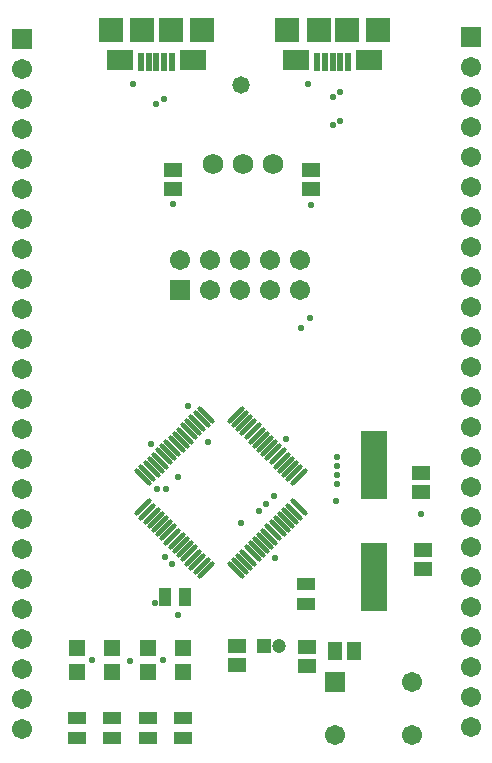
<source format=gts>
G04*
G04 #@! TF.GenerationSoftware,Altium Limited,Altium Designer,18.0.12 (696)*
G04*
G04 Layer_Color=8388736*
%FSLAX25Y25*%
%MOIN*%
G70*
G01*
G75*
G04:AMPARAMS|DCode=15|XSize=15mil|YSize=74.87mil|CornerRadius=0mil|HoleSize=0mil|Usage=FLASHONLY|Rotation=45.000|XOffset=0mil|YOffset=0mil|HoleType=Round|Shape=Round|*
%AMOVALD15*
21,1,0.05987,0.01500,0.00000,0.00000,135.0*
1,1,0.01500,0.02117,-0.02117*
1,1,0.01500,-0.02117,0.02117*
%
%ADD15OVALD15*%

G04:AMPARAMS|DCode=16|XSize=15mil|YSize=74.87mil|CornerRadius=0mil|HoleSize=0mil|Usage=FLASHONLY|Rotation=315.000|XOffset=0mil|YOffset=0mil|HoleType=Round|Shape=Round|*
%AMOVALD16*
21,1,0.05987,0.01500,0.00000,0.00000,45.0*
1,1,0.01500,-0.02117,-0.02117*
1,1,0.01500,0.02117,0.02117*
%
%ADD16OVALD16*%

%ADD17R,0.04147X0.05918*%
%ADD18R,0.05918X0.04147*%
%ADD19R,0.05800X0.05800*%
%ADD20R,0.02375X0.06115*%
%ADD21R,0.08280X0.08280*%
%ADD22R,0.09068X0.07099*%
%ADD23R,0.04540X0.06115*%
%ADD24R,0.06115X0.04540*%
%ADD25R,0.09068X0.22847*%
%ADD26C,0.06706*%
%ADD27R,0.06706X0.06706*%
%ADD28R,0.06706X0.06706*%
%ADD29C,0.06800*%
%ADD30C,0.04737*%
%ADD31R,0.04737X0.04737*%
%ADD32C,0.02300*%
%ADD33C,0.05800*%
D15*
X212838Y228737D02*
D03*
X211446Y227345D02*
D03*
X210054Y225953D02*
D03*
X208662Y224561D02*
D03*
X207270Y223169D02*
D03*
X205878Y221777D02*
D03*
X204486Y220385D02*
D03*
X203094Y218993D02*
D03*
X201702Y217601D02*
D03*
X200310Y216209D02*
D03*
X198918Y214817D02*
D03*
X197527Y213425D02*
D03*
X196134Y212033D02*
D03*
X194743Y210641D02*
D03*
X193351Y209249D02*
D03*
X191959Y207857D02*
D03*
X222860Y176956D02*
D03*
X224252Y178348D02*
D03*
X225644Y179740D02*
D03*
X227036Y181132D02*
D03*
X228428Y182524D02*
D03*
X229819Y183916D02*
D03*
X231211Y185308D02*
D03*
X232603Y186700D02*
D03*
X233995Y188092D02*
D03*
X235387Y189484D02*
D03*
X236779Y190876D02*
D03*
X238171Y192268D02*
D03*
X239563Y193660D02*
D03*
X240955Y195052D02*
D03*
X242347Y196443D02*
D03*
X243739Y197836D02*
D03*
D16*
X191959D02*
D03*
X193351Y196443D02*
D03*
X194743Y195052D02*
D03*
X196134Y193660D02*
D03*
X197527Y192268D02*
D03*
X198918Y190876D02*
D03*
X200310Y189484D02*
D03*
X201702Y188092D02*
D03*
X203094Y186700D02*
D03*
X204486Y185308D02*
D03*
X205878Y183916D02*
D03*
X207270Y182524D02*
D03*
X208662Y181132D02*
D03*
X210054Y179740D02*
D03*
X211446Y178348D02*
D03*
X212838Y176956D02*
D03*
X243739Y207857D02*
D03*
X242347Y209249D02*
D03*
X240955Y210641D02*
D03*
X239563Y212033D02*
D03*
X238171Y213425D02*
D03*
X236779Y214817D02*
D03*
X235387Y216209D02*
D03*
X233995Y217601D02*
D03*
X232603Y218993D02*
D03*
X231211Y220385D02*
D03*
X229819Y221777D02*
D03*
X228428Y223169D02*
D03*
X227036Y224561D02*
D03*
X225644Y225953D02*
D03*
X224252Y227345D02*
D03*
X222860Y228737D02*
D03*
D17*
X206002Y167847D02*
D03*
X199310D02*
D03*
D18*
X181649Y127563D02*
D03*
Y120870D02*
D03*
X193499Y127563D02*
D03*
Y120870D02*
D03*
X169798Y127563D02*
D03*
Y120870D02*
D03*
X246156Y172207D02*
D03*
Y165514D02*
D03*
X205349Y120870D02*
D03*
Y127563D02*
D03*
D19*
X181642Y143063D02*
D03*
Y151063D02*
D03*
X193420Y143063D02*
D03*
Y151063D02*
D03*
X169864Y143063D02*
D03*
Y151063D02*
D03*
X205198D02*
D03*
Y143063D02*
D03*
D20*
X201467Y346413D02*
D03*
X198908D02*
D03*
X196349D02*
D03*
X193790D02*
D03*
X191231D02*
D03*
X260274Y346413D02*
D03*
X257715D02*
D03*
X255156D02*
D03*
X252597D02*
D03*
X250038D02*
D03*
D21*
X201073Y356846D02*
D03*
X191624D02*
D03*
X211506D02*
D03*
X181191D02*
D03*
X259880Y356846D02*
D03*
X250431D02*
D03*
X270313D02*
D03*
X239998D02*
D03*
D22*
X208554Y346807D02*
D03*
X184144D02*
D03*
X267361Y346807D02*
D03*
X242951D02*
D03*
D23*
X262156Y149846D02*
D03*
X255857D02*
D03*
D24*
X285156Y177197D02*
D03*
Y183496D02*
D03*
X284656Y209347D02*
D03*
Y203047D02*
D03*
X246656Y144865D02*
D03*
Y151164D02*
D03*
X223156Y145203D02*
D03*
Y151502D02*
D03*
X202000Y303850D02*
D03*
Y310150D02*
D03*
X248000Y303850D02*
D03*
Y310150D02*
D03*
D25*
X268849Y212047D02*
D03*
Y174646D02*
D03*
D26*
X301156Y344514D02*
D03*
Y334514D02*
D03*
Y324514D02*
D03*
Y314514D02*
D03*
Y304514D02*
D03*
Y294514D02*
D03*
Y284514D02*
D03*
Y274514D02*
D03*
Y264514D02*
D03*
Y254514D02*
D03*
Y244514D02*
D03*
Y234514D02*
D03*
Y224514D02*
D03*
Y214514D02*
D03*
Y204514D02*
D03*
Y194514D02*
D03*
Y184514D02*
D03*
Y174514D02*
D03*
Y164514D02*
D03*
Y154514D02*
D03*
Y144514D02*
D03*
Y134514D02*
D03*
Y124514D02*
D03*
X151500Y344000D02*
D03*
Y334000D02*
D03*
Y324000D02*
D03*
Y314000D02*
D03*
Y304000D02*
D03*
Y294000D02*
D03*
Y284000D02*
D03*
Y274000D02*
D03*
Y264000D02*
D03*
Y254000D02*
D03*
Y244000D02*
D03*
Y234000D02*
D03*
Y224000D02*
D03*
Y214000D02*
D03*
Y204000D02*
D03*
Y194000D02*
D03*
Y184000D02*
D03*
Y174000D02*
D03*
Y164000D02*
D03*
Y154000D02*
D03*
Y144000D02*
D03*
Y134000D02*
D03*
Y124000D02*
D03*
X244106Y280346D02*
D03*
Y270346D02*
D03*
X234106Y280346D02*
D03*
Y270346D02*
D03*
X224106Y280346D02*
D03*
Y270346D02*
D03*
X214106Y280346D02*
D03*
Y270346D02*
D03*
X204106Y280346D02*
D03*
X256053Y122051D02*
D03*
X281644D02*
D03*
Y139768D02*
D03*
D27*
X301156Y354514D02*
D03*
X151500Y354000D02*
D03*
D28*
X204106Y270346D02*
D03*
X256053Y139768D02*
D03*
D29*
X215156Y312272D02*
D03*
X225156D02*
D03*
X235156D02*
D03*
D30*
X237317Y151502D02*
D03*
D31*
X232380D02*
D03*
D32*
X196000Y166000D02*
D03*
X236000Y181000D02*
D03*
X239500Y220500D02*
D03*
X224500Y192500D02*
D03*
X244500Y257500D02*
D03*
X247500Y261000D02*
D03*
X255156Y325156D02*
D03*
X257715Y326785D02*
D03*
X194500Y219000D02*
D03*
X248000Y298500D02*
D03*
X202000Y299000D02*
D03*
X198491Y147000D02*
D03*
X174964D02*
D03*
X187500Y146500D02*
D03*
X230500Y196500D02*
D03*
X203500Y208000D02*
D03*
X213500Y219500D02*
D03*
X207000Y231500D02*
D03*
X199500Y204000D02*
D03*
X196500D02*
D03*
X199341Y181341D02*
D03*
X201500Y179000D02*
D03*
X233000Y199000D02*
D03*
X235500Y201500D02*
D03*
X247000Y339000D02*
D03*
X188500D02*
D03*
X196349Y332151D02*
D03*
X199000Y334000D02*
D03*
X255156Y334656D02*
D03*
X257715Y336285D02*
D03*
X203500Y162000D02*
D03*
X284656Y195514D02*
D03*
X256156Y200014D02*
D03*
X256656Y205514D02*
D03*
Y208514D02*
D03*
Y211514D02*
D03*
Y214514D02*
D03*
D33*
X224500Y338500D02*
D03*
M02*

</source>
